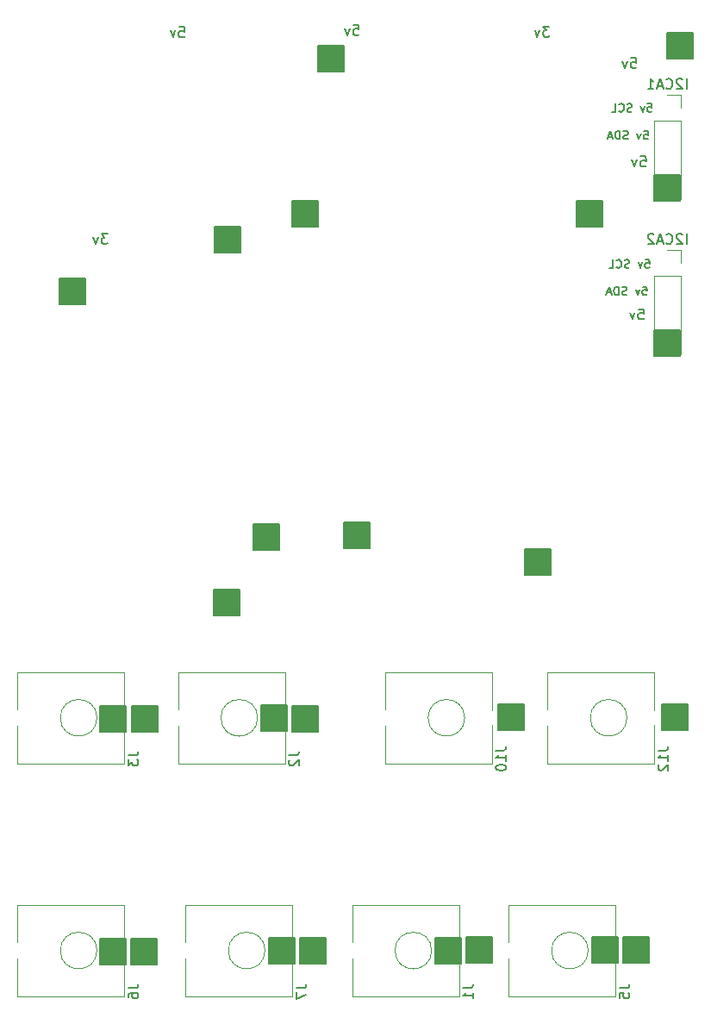
<source format=gbo>
%TF.GenerationSoftware,KiCad,Pcbnew,7.0.5-0*%
%TF.CreationDate,2024-01-09T14:25:18-05:00*%
%TF.ProjectId,ESP-32_USB_sequencer,4553502d-3332-45f5-9553-425f73657175,rev?*%
%TF.SameCoordinates,Original*%
%TF.FileFunction,Legend,Bot*%
%TF.FilePolarity,Positive*%
%FSLAX46Y46*%
G04 Gerber Fmt 4.6, Leading zero omitted, Abs format (unit mm)*
G04 Created by KiCad (PCBNEW 7.0.5-0) date 2024-01-09 14:25:18*
%MOMM*%
%LPD*%
G01*
G04 APERTURE LIST*
%ADD10C,0.150000*%
%ADD11C,0.120000*%
G04 APERTURE END LIST*
D10*
X99060000Y-107950000D02*
X101600000Y-107950000D01*
X101600000Y-110490000D01*
X99060000Y-110490000D01*
X99060000Y-107950000D01*
G36*
X99060000Y-107950000D02*
G01*
X101600000Y-107950000D01*
X101600000Y-110490000D01*
X99060000Y-110490000D01*
X99060000Y-107950000D01*
G37*
X96710146Y-180344491D02*
X99250146Y-180344491D01*
X99250146Y-182884491D01*
X96710146Y-182884491D01*
X96710146Y-180344491D01*
G36*
X96710146Y-180344491D02*
G01*
X99250146Y-180344491D01*
X99250146Y-182884491D01*
X96710146Y-182884491D01*
X96710146Y-180344491D01*
G37*
X83212070Y-180422434D02*
X85752070Y-180422434D01*
X85752070Y-182962434D01*
X83212070Y-182962434D01*
X83212070Y-180422434D01*
G36*
X83212070Y-180422434D02*
G01*
X85752070Y-180422434D01*
X85752070Y-182962434D01*
X83212070Y-182962434D01*
X83212070Y-180422434D01*
G37*
X80150364Y-157552943D02*
X82690364Y-157552943D01*
X82690364Y-160092943D01*
X80150364Y-160092943D01*
X80150364Y-157552943D01*
G36*
X80150364Y-157552943D02*
G01*
X82690364Y-157552943D01*
X82690364Y-160092943D01*
X80150364Y-160092943D01*
X80150364Y-157552943D01*
G37*
X134620000Y-105410000D02*
X137160000Y-105410000D01*
X137160000Y-107950000D01*
X134620000Y-107950000D01*
X134620000Y-105410000D01*
G36*
X134620000Y-105410000D02*
G01*
X137160000Y-105410000D01*
X137160000Y-107950000D01*
X134620000Y-107950000D01*
X134620000Y-105410000D01*
G37*
X99820295Y-180323041D02*
X102360295Y-180323041D01*
X102360295Y-182863041D01*
X99820295Y-182863041D01*
X99820295Y-180323041D01*
G36*
X99820295Y-180323041D02*
G01*
X102360295Y-180323041D01*
X102360295Y-182863041D01*
X99820295Y-182863041D01*
X99820295Y-180323041D01*
G37*
X131538398Y-180281230D02*
X134078398Y-180281230D01*
X134078398Y-182821230D01*
X131538398Y-182821230D01*
X131538398Y-180281230D01*
G36*
X131538398Y-180281230D02*
G01*
X134078398Y-180281230D01*
X134078398Y-182821230D01*
X131538398Y-182821230D01*
X131538398Y-180281230D01*
G37*
X121920000Y-142161284D02*
X124460000Y-142161284D01*
X124460000Y-144701284D01*
X121920000Y-144701284D01*
X121920000Y-142161284D01*
G36*
X121920000Y-142161284D02*
G01*
X124460000Y-142161284D01*
X124460000Y-144701284D01*
X121920000Y-144701284D01*
X121920000Y-142161284D01*
G37*
X80120777Y-180443043D02*
X82660777Y-180443043D01*
X82660777Y-182983043D01*
X80120777Y-182983043D01*
X80120777Y-180443043D01*
G36*
X80120777Y-180443043D02*
G01*
X82660777Y-180443043D01*
X82660777Y-182983043D01*
X80120777Y-182983043D01*
X80120777Y-180443043D01*
G37*
X91285253Y-146162651D02*
X93825253Y-146162651D01*
X93825253Y-148702651D01*
X91285253Y-148702651D01*
X91285253Y-146162651D01*
G36*
X91285253Y-146162651D02*
G01*
X93825253Y-146162651D01*
X93825253Y-148702651D01*
X91285253Y-148702651D01*
X91285253Y-146162651D01*
G37*
X116106277Y-180301193D02*
X118646277Y-180301193D01*
X118646277Y-182841193D01*
X116106277Y-182841193D01*
X116106277Y-180301193D01*
G36*
X116106277Y-180301193D02*
G01*
X118646277Y-180301193D01*
X118646277Y-182841193D01*
X116106277Y-182841193D01*
X116106277Y-180301193D01*
G37*
X127000000Y-107950000D02*
X129540000Y-107950000D01*
X129540000Y-110490000D01*
X127000000Y-110490000D01*
X127000000Y-107950000D01*
G36*
X127000000Y-107950000D02*
G01*
X129540000Y-107950000D01*
X129540000Y-110490000D01*
X127000000Y-110490000D01*
X127000000Y-107950000D01*
G37*
X128481484Y-180242778D02*
X131021484Y-180242778D01*
X131021484Y-182782778D01*
X128481484Y-182782778D01*
X128481484Y-180242778D01*
G36*
X128481484Y-180242778D02*
G01*
X131021484Y-180242778D01*
X131021484Y-182782778D01*
X128481484Y-182782778D01*
X128481484Y-180242778D01*
G37*
X135312797Y-157435657D02*
X137852797Y-157435657D01*
X137852797Y-159975657D01*
X135312797Y-159975657D01*
X135312797Y-157435657D01*
G36*
X135312797Y-157435657D02*
G01*
X137852797Y-157435657D01*
X137852797Y-159975657D01*
X135312797Y-159975657D01*
X135312797Y-157435657D01*
G37*
X99036122Y-157554044D02*
X101576122Y-157554044D01*
X101576122Y-160094044D01*
X99036122Y-160094044D01*
X99036122Y-157554044D01*
G36*
X99036122Y-157554044D02*
G01*
X101576122Y-157554044D01*
X101576122Y-160094044D01*
X99036122Y-160094044D01*
X99036122Y-157554044D01*
G37*
X113060002Y-180378806D02*
X115600002Y-180378806D01*
X115600002Y-182918806D01*
X113060002Y-182918806D01*
X113060002Y-180378806D01*
G36*
X113060002Y-180378806D02*
G01*
X115600002Y-180378806D01*
X115600002Y-182918806D01*
X113060002Y-182918806D01*
X113060002Y-180378806D01*
G37*
X119280000Y-157440000D02*
X121820000Y-157440000D01*
X121820000Y-159980000D01*
X119280000Y-159980000D01*
X119280000Y-157440000D01*
G36*
X119280000Y-157440000D02*
G01*
X121820000Y-157440000D01*
X121820000Y-159980000D01*
X119280000Y-159980000D01*
X119280000Y-157440000D01*
G37*
X95250000Y-139700000D02*
X97790000Y-139700000D01*
X97790000Y-142240000D01*
X95250000Y-142240000D01*
X95250000Y-139700000D01*
G36*
X95250000Y-139700000D02*
G01*
X97790000Y-139700000D01*
X97790000Y-142240000D01*
X95250000Y-142240000D01*
X95250000Y-139700000D01*
G37*
X83246200Y-157573582D02*
X85786200Y-157573582D01*
X85786200Y-160113582D01*
X83246200Y-160113582D01*
X83246200Y-157573582D01*
G36*
X83246200Y-157573582D02*
G01*
X85786200Y-157573582D01*
X85786200Y-160113582D01*
X83246200Y-160113582D01*
X83246200Y-157573582D01*
G37*
X76200000Y-115570000D02*
X78740000Y-115570000D01*
X78740000Y-118110000D01*
X76200000Y-118110000D01*
X76200000Y-115570000D01*
G36*
X76200000Y-115570000D02*
G01*
X78740000Y-115570000D01*
X78740000Y-118110000D01*
X76200000Y-118110000D01*
X76200000Y-115570000D01*
G37*
X91440000Y-110490000D02*
X93980000Y-110490000D01*
X93980000Y-113030000D01*
X91440000Y-113030000D01*
X91440000Y-110490000D01*
G36*
X91440000Y-110490000D02*
G01*
X93980000Y-110490000D01*
X93980000Y-113030000D01*
X91440000Y-113030000D01*
X91440000Y-110490000D01*
G37*
X135890000Y-91440000D02*
X138430000Y-91440000D01*
X138430000Y-93980000D01*
X135890000Y-93980000D01*
X135890000Y-91440000D01*
G36*
X135890000Y-91440000D02*
G01*
X138430000Y-91440000D01*
X138430000Y-93980000D01*
X135890000Y-93980000D01*
X135890000Y-91440000D01*
G37*
X134620000Y-120650000D02*
X137160000Y-120650000D01*
X137160000Y-123190000D01*
X134620000Y-123190000D01*
X134620000Y-120650000D01*
G36*
X134620000Y-120650000D02*
G01*
X137160000Y-120650000D01*
X137160000Y-123190000D01*
X134620000Y-123190000D01*
X134620000Y-120650000D01*
G37*
X95963279Y-157517022D02*
X98503279Y-157517022D01*
X98503279Y-160057022D01*
X95963279Y-160057022D01*
X95963279Y-157517022D01*
G36*
X95963279Y-157517022D02*
G01*
X98503279Y-157517022D01*
X98503279Y-160057022D01*
X95963279Y-160057022D01*
X95963279Y-157517022D01*
G37*
X101600000Y-92710000D02*
X104140000Y-92710000D01*
X104140000Y-95250000D01*
X101600000Y-95250000D01*
X101600000Y-92710000D01*
G36*
X101600000Y-92710000D02*
G01*
X104140000Y-92710000D01*
X104140000Y-95250000D01*
X101600000Y-95250000D01*
X101600000Y-92710000D01*
G37*
X104124503Y-139521459D02*
X106664503Y-139521459D01*
X106664503Y-142061459D01*
X104124503Y-142061459D01*
X104124503Y-139521459D01*
G36*
X104124503Y-139521459D02*
G01*
X106664503Y-139521459D01*
X106664503Y-142061459D01*
X104124503Y-142061459D01*
X104124503Y-139521459D01*
G37*
X132308390Y-93927690D02*
X132784580Y-93927690D01*
X132784580Y-93927690D02*
X132832199Y-94403880D01*
X132832199Y-94403880D02*
X132784580Y-94356261D01*
X132784580Y-94356261D02*
X132689342Y-94308642D01*
X132689342Y-94308642D02*
X132451247Y-94308642D01*
X132451247Y-94308642D02*
X132356009Y-94356261D01*
X132356009Y-94356261D02*
X132308390Y-94403880D01*
X132308390Y-94403880D02*
X132260771Y-94499118D01*
X132260771Y-94499118D02*
X132260771Y-94737213D01*
X132260771Y-94737213D02*
X132308390Y-94832451D01*
X132308390Y-94832451D02*
X132356009Y-94880071D01*
X132356009Y-94880071D02*
X132451247Y-94927690D01*
X132451247Y-94927690D02*
X132689342Y-94927690D01*
X132689342Y-94927690D02*
X132784580Y-94880071D01*
X132784580Y-94880071D02*
X132832199Y-94832451D01*
X131927437Y-94261023D02*
X131689342Y-94927690D01*
X131689342Y-94927690D02*
X131451247Y-94261023D01*
X133941579Y-98412676D02*
X134322531Y-98412676D01*
X134322531Y-98412676D02*
X134360627Y-98793628D01*
X134360627Y-98793628D02*
X134322531Y-98755533D01*
X134322531Y-98755533D02*
X134246341Y-98717438D01*
X134246341Y-98717438D02*
X134055865Y-98717438D01*
X134055865Y-98717438D02*
X133979674Y-98755533D01*
X133979674Y-98755533D02*
X133941579Y-98793628D01*
X133941579Y-98793628D02*
X133903484Y-98869819D01*
X133903484Y-98869819D02*
X133903484Y-99060295D01*
X133903484Y-99060295D02*
X133941579Y-99136485D01*
X133941579Y-99136485D02*
X133979674Y-99174581D01*
X133979674Y-99174581D02*
X134055865Y-99212676D01*
X134055865Y-99212676D02*
X134246341Y-99212676D01*
X134246341Y-99212676D02*
X134322531Y-99174581D01*
X134322531Y-99174581D02*
X134360627Y-99136485D01*
X133636817Y-98679342D02*
X133446341Y-99212676D01*
X133446341Y-99212676D02*
X133255864Y-98679342D01*
X132379674Y-99174581D02*
X132265388Y-99212676D01*
X132265388Y-99212676D02*
X132074912Y-99212676D01*
X132074912Y-99212676D02*
X131998721Y-99174581D01*
X131998721Y-99174581D02*
X131960626Y-99136485D01*
X131960626Y-99136485D02*
X131922531Y-99060295D01*
X131922531Y-99060295D02*
X131922531Y-98984104D01*
X131922531Y-98984104D02*
X131960626Y-98907914D01*
X131960626Y-98907914D02*
X131998721Y-98869819D01*
X131998721Y-98869819D02*
X132074912Y-98831723D01*
X132074912Y-98831723D02*
X132227293Y-98793628D01*
X132227293Y-98793628D02*
X132303483Y-98755533D01*
X132303483Y-98755533D02*
X132341578Y-98717438D01*
X132341578Y-98717438D02*
X132379674Y-98641247D01*
X132379674Y-98641247D02*
X132379674Y-98565057D01*
X132379674Y-98565057D02*
X132341578Y-98488866D01*
X132341578Y-98488866D02*
X132303483Y-98450771D01*
X132303483Y-98450771D02*
X132227293Y-98412676D01*
X132227293Y-98412676D02*
X132036816Y-98412676D01*
X132036816Y-98412676D02*
X131922531Y-98450771D01*
X131122530Y-99136485D02*
X131160626Y-99174581D01*
X131160626Y-99174581D02*
X131274911Y-99212676D01*
X131274911Y-99212676D02*
X131351102Y-99212676D01*
X131351102Y-99212676D02*
X131465388Y-99174581D01*
X131465388Y-99174581D02*
X131541578Y-99098390D01*
X131541578Y-99098390D02*
X131579673Y-99022200D01*
X131579673Y-99022200D02*
X131617769Y-98869819D01*
X131617769Y-98869819D02*
X131617769Y-98755533D01*
X131617769Y-98755533D02*
X131579673Y-98603152D01*
X131579673Y-98603152D02*
X131541578Y-98526961D01*
X131541578Y-98526961D02*
X131465388Y-98450771D01*
X131465388Y-98450771D02*
X131351102Y-98412676D01*
X131351102Y-98412676D02*
X131274911Y-98412676D01*
X131274911Y-98412676D02*
X131160626Y-98450771D01*
X131160626Y-98450771D02*
X131122530Y-98488866D01*
X130398721Y-99212676D02*
X130779673Y-99212676D01*
X130779673Y-99212676D02*
X130779673Y-98412676D01*
X124283538Y-90847666D02*
X123664491Y-90847666D01*
X123664491Y-90847666D02*
X123997824Y-91228618D01*
X123997824Y-91228618D02*
X123854967Y-91228618D01*
X123854967Y-91228618D02*
X123759729Y-91276237D01*
X123759729Y-91276237D02*
X123712110Y-91323856D01*
X123712110Y-91323856D02*
X123664491Y-91419094D01*
X123664491Y-91419094D02*
X123664491Y-91657189D01*
X123664491Y-91657189D02*
X123712110Y-91752427D01*
X123712110Y-91752427D02*
X123759729Y-91800047D01*
X123759729Y-91800047D02*
X123854967Y-91847666D01*
X123854967Y-91847666D02*
X124140681Y-91847666D01*
X124140681Y-91847666D02*
X124235919Y-91800047D01*
X124235919Y-91800047D02*
X124283538Y-91752427D01*
X123331157Y-91180999D02*
X123093062Y-91847666D01*
X123093062Y-91847666D02*
X122854967Y-91180999D01*
X133701025Y-113754612D02*
X134081977Y-113754612D01*
X134081977Y-113754612D02*
X134120073Y-114135564D01*
X134120073Y-114135564D02*
X134081977Y-114097469D01*
X134081977Y-114097469D02*
X134005787Y-114059374D01*
X134005787Y-114059374D02*
X133815311Y-114059374D01*
X133815311Y-114059374D02*
X133739120Y-114097469D01*
X133739120Y-114097469D02*
X133701025Y-114135564D01*
X133701025Y-114135564D02*
X133662930Y-114211755D01*
X133662930Y-114211755D02*
X133662930Y-114402231D01*
X133662930Y-114402231D02*
X133701025Y-114478421D01*
X133701025Y-114478421D02*
X133739120Y-114516517D01*
X133739120Y-114516517D02*
X133815311Y-114554612D01*
X133815311Y-114554612D02*
X134005787Y-114554612D01*
X134005787Y-114554612D02*
X134081977Y-114516517D01*
X134081977Y-114516517D02*
X134120073Y-114478421D01*
X133396263Y-114021278D02*
X133205787Y-114554612D01*
X133205787Y-114554612D02*
X133015310Y-114021278D01*
X132139120Y-114516517D02*
X132024834Y-114554612D01*
X132024834Y-114554612D02*
X131834358Y-114554612D01*
X131834358Y-114554612D02*
X131758167Y-114516517D01*
X131758167Y-114516517D02*
X131720072Y-114478421D01*
X131720072Y-114478421D02*
X131681977Y-114402231D01*
X131681977Y-114402231D02*
X131681977Y-114326040D01*
X131681977Y-114326040D02*
X131720072Y-114249850D01*
X131720072Y-114249850D02*
X131758167Y-114211755D01*
X131758167Y-114211755D02*
X131834358Y-114173659D01*
X131834358Y-114173659D02*
X131986739Y-114135564D01*
X131986739Y-114135564D02*
X132062929Y-114097469D01*
X132062929Y-114097469D02*
X132101024Y-114059374D01*
X132101024Y-114059374D02*
X132139120Y-113983183D01*
X132139120Y-113983183D02*
X132139120Y-113906993D01*
X132139120Y-113906993D02*
X132101024Y-113830802D01*
X132101024Y-113830802D02*
X132062929Y-113792707D01*
X132062929Y-113792707D02*
X131986739Y-113754612D01*
X131986739Y-113754612D02*
X131796262Y-113754612D01*
X131796262Y-113754612D02*
X131681977Y-113792707D01*
X130881976Y-114478421D02*
X130920072Y-114516517D01*
X130920072Y-114516517D02*
X131034357Y-114554612D01*
X131034357Y-114554612D02*
X131110548Y-114554612D01*
X131110548Y-114554612D02*
X131224834Y-114516517D01*
X131224834Y-114516517D02*
X131301024Y-114440326D01*
X131301024Y-114440326D02*
X131339119Y-114364136D01*
X131339119Y-114364136D02*
X131377215Y-114211755D01*
X131377215Y-114211755D02*
X131377215Y-114097469D01*
X131377215Y-114097469D02*
X131339119Y-113945088D01*
X131339119Y-113945088D02*
X131301024Y-113868897D01*
X131301024Y-113868897D02*
X131224834Y-113792707D01*
X131224834Y-113792707D02*
X131110548Y-113754612D01*
X131110548Y-113754612D02*
X131034357Y-113754612D01*
X131034357Y-113754612D02*
X130920072Y-113792707D01*
X130920072Y-113792707D02*
X130881976Y-113830802D01*
X130158167Y-114554612D02*
X130539119Y-114554612D01*
X130539119Y-114554612D02*
X130539119Y-113754612D01*
X133449209Y-116398677D02*
X133830161Y-116398677D01*
X133830161Y-116398677D02*
X133868257Y-116779629D01*
X133868257Y-116779629D02*
X133830161Y-116741534D01*
X133830161Y-116741534D02*
X133753971Y-116703439D01*
X133753971Y-116703439D02*
X133563495Y-116703439D01*
X133563495Y-116703439D02*
X133487304Y-116741534D01*
X133487304Y-116741534D02*
X133449209Y-116779629D01*
X133449209Y-116779629D02*
X133411114Y-116855820D01*
X133411114Y-116855820D02*
X133411114Y-117046296D01*
X133411114Y-117046296D02*
X133449209Y-117122486D01*
X133449209Y-117122486D02*
X133487304Y-117160582D01*
X133487304Y-117160582D02*
X133563495Y-117198677D01*
X133563495Y-117198677D02*
X133753971Y-117198677D01*
X133753971Y-117198677D02*
X133830161Y-117160582D01*
X133830161Y-117160582D02*
X133868257Y-117122486D01*
X133144447Y-116665343D02*
X132953971Y-117198677D01*
X132953971Y-117198677D02*
X132763494Y-116665343D01*
X131887304Y-117160582D02*
X131773018Y-117198677D01*
X131773018Y-117198677D02*
X131582542Y-117198677D01*
X131582542Y-117198677D02*
X131506351Y-117160582D01*
X131506351Y-117160582D02*
X131468256Y-117122486D01*
X131468256Y-117122486D02*
X131430161Y-117046296D01*
X131430161Y-117046296D02*
X131430161Y-116970105D01*
X131430161Y-116970105D02*
X131468256Y-116893915D01*
X131468256Y-116893915D02*
X131506351Y-116855820D01*
X131506351Y-116855820D02*
X131582542Y-116817724D01*
X131582542Y-116817724D02*
X131734923Y-116779629D01*
X131734923Y-116779629D02*
X131811113Y-116741534D01*
X131811113Y-116741534D02*
X131849208Y-116703439D01*
X131849208Y-116703439D02*
X131887304Y-116627248D01*
X131887304Y-116627248D02*
X131887304Y-116551058D01*
X131887304Y-116551058D02*
X131849208Y-116474867D01*
X131849208Y-116474867D02*
X131811113Y-116436772D01*
X131811113Y-116436772D02*
X131734923Y-116398677D01*
X131734923Y-116398677D02*
X131544446Y-116398677D01*
X131544446Y-116398677D02*
X131430161Y-116436772D01*
X131087303Y-117198677D02*
X131087303Y-116398677D01*
X131087303Y-116398677D02*
X130896827Y-116398677D01*
X130896827Y-116398677D02*
X130782541Y-116436772D01*
X130782541Y-116436772D02*
X130706351Y-116512962D01*
X130706351Y-116512962D02*
X130668256Y-116589153D01*
X130668256Y-116589153D02*
X130630160Y-116741534D01*
X130630160Y-116741534D02*
X130630160Y-116855820D01*
X130630160Y-116855820D02*
X130668256Y-117008201D01*
X130668256Y-117008201D02*
X130706351Y-117084391D01*
X130706351Y-117084391D02*
X130782541Y-117160582D01*
X130782541Y-117160582D02*
X130896827Y-117198677D01*
X130896827Y-117198677D02*
X131087303Y-117198677D01*
X130325399Y-116970105D02*
X129944446Y-116970105D01*
X130401589Y-117198677D02*
X130134922Y-116398677D01*
X130134922Y-116398677D02*
X129868256Y-117198677D01*
X133045520Y-118600185D02*
X133521710Y-118600185D01*
X133521710Y-118600185D02*
X133569329Y-119076375D01*
X133569329Y-119076375D02*
X133521710Y-119028756D01*
X133521710Y-119028756D02*
X133426472Y-118981137D01*
X133426472Y-118981137D02*
X133188377Y-118981137D01*
X133188377Y-118981137D02*
X133093139Y-119028756D01*
X133093139Y-119028756D02*
X133045520Y-119076375D01*
X133045520Y-119076375D02*
X132997901Y-119171613D01*
X132997901Y-119171613D02*
X132997901Y-119409708D01*
X132997901Y-119409708D02*
X133045520Y-119504946D01*
X133045520Y-119504946D02*
X133093139Y-119552566D01*
X133093139Y-119552566D02*
X133188377Y-119600185D01*
X133188377Y-119600185D02*
X133426472Y-119600185D01*
X133426472Y-119600185D02*
X133521710Y-119552566D01*
X133521710Y-119552566D02*
X133569329Y-119504946D01*
X132664567Y-118933518D02*
X132426472Y-119600185D01*
X132426472Y-119600185D02*
X132188377Y-118933518D01*
X87921254Y-90895186D02*
X88397444Y-90895186D01*
X88397444Y-90895186D02*
X88445063Y-91371376D01*
X88445063Y-91371376D02*
X88397444Y-91323757D01*
X88397444Y-91323757D02*
X88302206Y-91276138D01*
X88302206Y-91276138D02*
X88064111Y-91276138D01*
X88064111Y-91276138D02*
X87968873Y-91323757D01*
X87968873Y-91323757D02*
X87921254Y-91371376D01*
X87921254Y-91371376D02*
X87873635Y-91466614D01*
X87873635Y-91466614D02*
X87873635Y-91704709D01*
X87873635Y-91704709D02*
X87921254Y-91799947D01*
X87921254Y-91799947D02*
X87968873Y-91847567D01*
X87968873Y-91847567D02*
X88064111Y-91895186D01*
X88064111Y-91895186D02*
X88302206Y-91895186D01*
X88302206Y-91895186D02*
X88397444Y-91847567D01*
X88397444Y-91847567D02*
X88445063Y-91799947D01*
X87540301Y-91228519D02*
X87302206Y-91895186D01*
X87302206Y-91895186D02*
X87064111Y-91228519D01*
X133258868Y-103608134D02*
X133735058Y-103608134D01*
X133735058Y-103608134D02*
X133782677Y-104084324D01*
X133782677Y-104084324D02*
X133735058Y-104036705D01*
X133735058Y-104036705D02*
X133639820Y-103989086D01*
X133639820Y-103989086D02*
X133401725Y-103989086D01*
X133401725Y-103989086D02*
X133306487Y-104036705D01*
X133306487Y-104036705D02*
X133258868Y-104084324D01*
X133258868Y-104084324D02*
X133211249Y-104179562D01*
X133211249Y-104179562D02*
X133211249Y-104417657D01*
X133211249Y-104417657D02*
X133258868Y-104512895D01*
X133258868Y-104512895D02*
X133306487Y-104560515D01*
X133306487Y-104560515D02*
X133401725Y-104608134D01*
X133401725Y-104608134D02*
X133639820Y-104608134D01*
X133639820Y-104608134D02*
X133735058Y-104560515D01*
X133735058Y-104560515D02*
X133782677Y-104512895D01*
X132877915Y-103941467D02*
X132639820Y-104608134D01*
X132639820Y-104608134D02*
X132401725Y-103941467D01*
X80888701Y-111202402D02*
X80269654Y-111202402D01*
X80269654Y-111202402D02*
X80602987Y-111583354D01*
X80602987Y-111583354D02*
X80460130Y-111583354D01*
X80460130Y-111583354D02*
X80364892Y-111630973D01*
X80364892Y-111630973D02*
X80317273Y-111678592D01*
X80317273Y-111678592D02*
X80269654Y-111773830D01*
X80269654Y-111773830D02*
X80269654Y-112011925D01*
X80269654Y-112011925D02*
X80317273Y-112107163D01*
X80317273Y-112107163D02*
X80364892Y-112154783D01*
X80364892Y-112154783D02*
X80460130Y-112202402D01*
X80460130Y-112202402D02*
X80745844Y-112202402D01*
X80745844Y-112202402D02*
X80841082Y-112154783D01*
X80841082Y-112154783D02*
X80888701Y-112107163D01*
X79936320Y-111535735D02*
X79698225Y-112202402D01*
X79698225Y-112202402D02*
X79460130Y-111535735D01*
X133578953Y-101111498D02*
X133959905Y-101111498D01*
X133959905Y-101111498D02*
X133998001Y-101492450D01*
X133998001Y-101492450D02*
X133959905Y-101454355D01*
X133959905Y-101454355D02*
X133883715Y-101416260D01*
X133883715Y-101416260D02*
X133693239Y-101416260D01*
X133693239Y-101416260D02*
X133617048Y-101454355D01*
X133617048Y-101454355D02*
X133578953Y-101492450D01*
X133578953Y-101492450D02*
X133540858Y-101568641D01*
X133540858Y-101568641D02*
X133540858Y-101759117D01*
X133540858Y-101759117D02*
X133578953Y-101835307D01*
X133578953Y-101835307D02*
X133617048Y-101873403D01*
X133617048Y-101873403D02*
X133693239Y-101911498D01*
X133693239Y-101911498D02*
X133883715Y-101911498D01*
X133883715Y-101911498D02*
X133959905Y-101873403D01*
X133959905Y-101873403D02*
X133998001Y-101835307D01*
X133274191Y-101378164D02*
X133083715Y-101911498D01*
X133083715Y-101911498D02*
X132893238Y-101378164D01*
X132017048Y-101873403D02*
X131902762Y-101911498D01*
X131902762Y-101911498D02*
X131712286Y-101911498D01*
X131712286Y-101911498D02*
X131636095Y-101873403D01*
X131636095Y-101873403D02*
X131598000Y-101835307D01*
X131598000Y-101835307D02*
X131559905Y-101759117D01*
X131559905Y-101759117D02*
X131559905Y-101682926D01*
X131559905Y-101682926D02*
X131598000Y-101606736D01*
X131598000Y-101606736D02*
X131636095Y-101568641D01*
X131636095Y-101568641D02*
X131712286Y-101530545D01*
X131712286Y-101530545D02*
X131864667Y-101492450D01*
X131864667Y-101492450D02*
X131940857Y-101454355D01*
X131940857Y-101454355D02*
X131978952Y-101416260D01*
X131978952Y-101416260D02*
X132017048Y-101340069D01*
X132017048Y-101340069D02*
X132017048Y-101263879D01*
X132017048Y-101263879D02*
X131978952Y-101187688D01*
X131978952Y-101187688D02*
X131940857Y-101149593D01*
X131940857Y-101149593D02*
X131864667Y-101111498D01*
X131864667Y-101111498D02*
X131674190Y-101111498D01*
X131674190Y-101111498D02*
X131559905Y-101149593D01*
X131217047Y-101911498D02*
X131217047Y-101111498D01*
X131217047Y-101111498D02*
X131026571Y-101111498D01*
X131026571Y-101111498D02*
X130912285Y-101149593D01*
X130912285Y-101149593D02*
X130836095Y-101225783D01*
X130836095Y-101225783D02*
X130798000Y-101301974D01*
X130798000Y-101301974D02*
X130759904Y-101454355D01*
X130759904Y-101454355D02*
X130759904Y-101568641D01*
X130759904Y-101568641D02*
X130798000Y-101721022D01*
X130798000Y-101721022D02*
X130836095Y-101797212D01*
X130836095Y-101797212D02*
X130912285Y-101873403D01*
X130912285Y-101873403D02*
X131026571Y-101911498D01*
X131026571Y-101911498D02*
X131217047Y-101911498D01*
X130455143Y-101682926D02*
X130074190Y-101682926D01*
X130531333Y-101911498D02*
X130264666Y-101111498D01*
X130264666Y-101111498D02*
X129998000Y-101911498D01*
X105044255Y-90685367D02*
X105520445Y-90685367D01*
X105520445Y-90685367D02*
X105568064Y-91161557D01*
X105568064Y-91161557D02*
X105520445Y-91113938D01*
X105520445Y-91113938D02*
X105425207Y-91066319D01*
X105425207Y-91066319D02*
X105187112Y-91066319D01*
X105187112Y-91066319D02*
X105091874Y-91113938D01*
X105091874Y-91113938D02*
X105044255Y-91161557D01*
X105044255Y-91161557D02*
X104996636Y-91256795D01*
X104996636Y-91256795D02*
X104996636Y-91494890D01*
X104996636Y-91494890D02*
X105044255Y-91590128D01*
X105044255Y-91590128D02*
X105091874Y-91637748D01*
X105091874Y-91637748D02*
X105187112Y-91685367D01*
X105187112Y-91685367D02*
X105425207Y-91685367D01*
X105425207Y-91685367D02*
X105520445Y-91637748D01*
X105520445Y-91637748D02*
X105568064Y-91590128D01*
X104663302Y-91018700D02*
X104425207Y-91685367D01*
X104425207Y-91685367D02*
X104187112Y-91018700D01*
%TO.C,I2CA2*%
X137770951Y-112207819D02*
X137770951Y-111207819D01*
X137342380Y-111303057D02*
X137294761Y-111255438D01*
X137294761Y-111255438D02*
X137199523Y-111207819D01*
X137199523Y-111207819D02*
X136961428Y-111207819D01*
X136961428Y-111207819D02*
X136866190Y-111255438D01*
X136866190Y-111255438D02*
X136818571Y-111303057D01*
X136818571Y-111303057D02*
X136770952Y-111398295D01*
X136770952Y-111398295D02*
X136770952Y-111493533D01*
X136770952Y-111493533D02*
X136818571Y-111636390D01*
X136818571Y-111636390D02*
X137389999Y-112207819D01*
X137389999Y-112207819D02*
X136770952Y-112207819D01*
X135770952Y-112112580D02*
X135818571Y-112160200D01*
X135818571Y-112160200D02*
X135961428Y-112207819D01*
X135961428Y-112207819D02*
X136056666Y-112207819D01*
X136056666Y-112207819D02*
X136199523Y-112160200D01*
X136199523Y-112160200D02*
X136294761Y-112064961D01*
X136294761Y-112064961D02*
X136342380Y-111969723D01*
X136342380Y-111969723D02*
X136389999Y-111779247D01*
X136389999Y-111779247D02*
X136389999Y-111636390D01*
X136389999Y-111636390D02*
X136342380Y-111445914D01*
X136342380Y-111445914D02*
X136294761Y-111350676D01*
X136294761Y-111350676D02*
X136199523Y-111255438D01*
X136199523Y-111255438D02*
X136056666Y-111207819D01*
X136056666Y-111207819D02*
X135961428Y-111207819D01*
X135961428Y-111207819D02*
X135818571Y-111255438D01*
X135818571Y-111255438D02*
X135770952Y-111303057D01*
X135389999Y-111922104D02*
X134913809Y-111922104D01*
X135485237Y-112207819D02*
X135151904Y-111207819D01*
X135151904Y-111207819D02*
X134818571Y-112207819D01*
X134532856Y-111303057D02*
X134485237Y-111255438D01*
X134485237Y-111255438D02*
X134389999Y-111207819D01*
X134389999Y-111207819D02*
X134151904Y-111207819D01*
X134151904Y-111207819D02*
X134056666Y-111255438D01*
X134056666Y-111255438D02*
X134009047Y-111303057D01*
X134009047Y-111303057D02*
X133961428Y-111398295D01*
X133961428Y-111398295D02*
X133961428Y-111493533D01*
X133961428Y-111493533D02*
X134009047Y-111636390D01*
X134009047Y-111636390D02*
X134580475Y-112207819D01*
X134580475Y-112207819D02*
X133961428Y-112207819D01*
%TO.C,J3*%
X82894819Y-162446666D02*
X83609104Y-162446666D01*
X83609104Y-162446666D02*
X83751961Y-162399047D01*
X83751961Y-162399047D02*
X83847200Y-162303809D01*
X83847200Y-162303809D02*
X83894819Y-162160952D01*
X83894819Y-162160952D02*
X83894819Y-162065714D01*
X82894819Y-162827619D02*
X82894819Y-163446666D01*
X82894819Y-163446666D02*
X83275771Y-163113333D01*
X83275771Y-163113333D02*
X83275771Y-163256190D01*
X83275771Y-163256190D02*
X83323390Y-163351428D01*
X83323390Y-163351428D02*
X83371009Y-163399047D01*
X83371009Y-163399047D02*
X83466247Y-163446666D01*
X83466247Y-163446666D02*
X83704342Y-163446666D01*
X83704342Y-163446666D02*
X83799580Y-163399047D01*
X83799580Y-163399047D02*
X83847200Y-163351428D01*
X83847200Y-163351428D02*
X83894819Y-163256190D01*
X83894819Y-163256190D02*
X83894819Y-162970476D01*
X83894819Y-162970476D02*
X83847200Y-162875238D01*
X83847200Y-162875238D02*
X83799580Y-162827619D01*
%TO.C,J10*%
X119024819Y-161970476D02*
X119739104Y-161970476D01*
X119739104Y-161970476D02*
X119881961Y-161922857D01*
X119881961Y-161922857D02*
X119977200Y-161827619D01*
X119977200Y-161827619D02*
X120024819Y-161684762D01*
X120024819Y-161684762D02*
X120024819Y-161589524D01*
X120024819Y-162970476D02*
X120024819Y-162399048D01*
X120024819Y-162684762D02*
X119024819Y-162684762D01*
X119024819Y-162684762D02*
X119167676Y-162589524D01*
X119167676Y-162589524D02*
X119262914Y-162494286D01*
X119262914Y-162494286D02*
X119310533Y-162399048D01*
X119024819Y-163589524D02*
X119024819Y-163684762D01*
X119024819Y-163684762D02*
X119072438Y-163780000D01*
X119072438Y-163780000D02*
X119120057Y-163827619D01*
X119120057Y-163827619D02*
X119215295Y-163875238D01*
X119215295Y-163875238D02*
X119405771Y-163922857D01*
X119405771Y-163922857D02*
X119643866Y-163922857D01*
X119643866Y-163922857D02*
X119834342Y-163875238D01*
X119834342Y-163875238D02*
X119929580Y-163827619D01*
X119929580Y-163827619D02*
X119977200Y-163780000D01*
X119977200Y-163780000D02*
X120024819Y-163684762D01*
X120024819Y-163684762D02*
X120024819Y-163589524D01*
X120024819Y-163589524D02*
X119977200Y-163494286D01*
X119977200Y-163494286D02*
X119929580Y-163446667D01*
X119929580Y-163446667D02*
X119834342Y-163399048D01*
X119834342Y-163399048D02*
X119643866Y-163351429D01*
X119643866Y-163351429D02*
X119405771Y-163351429D01*
X119405771Y-163351429D02*
X119215295Y-163399048D01*
X119215295Y-163399048D02*
X119120057Y-163446667D01*
X119120057Y-163446667D02*
X119072438Y-163494286D01*
X119072438Y-163494286D02*
X119024819Y-163589524D01*
%TO.C,J6*%
X82894819Y-185306666D02*
X83609104Y-185306666D01*
X83609104Y-185306666D02*
X83751961Y-185259047D01*
X83751961Y-185259047D02*
X83847200Y-185163809D01*
X83847200Y-185163809D02*
X83894819Y-185020952D01*
X83894819Y-185020952D02*
X83894819Y-184925714D01*
X82894819Y-186211428D02*
X82894819Y-186020952D01*
X82894819Y-186020952D02*
X82942438Y-185925714D01*
X82942438Y-185925714D02*
X82990057Y-185878095D01*
X82990057Y-185878095D02*
X83132914Y-185782857D01*
X83132914Y-185782857D02*
X83323390Y-185735238D01*
X83323390Y-185735238D02*
X83704342Y-185735238D01*
X83704342Y-185735238D02*
X83799580Y-185782857D01*
X83799580Y-185782857D02*
X83847200Y-185830476D01*
X83847200Y-185830476D02*
X83894819Y-185925714D01*
X83894819Y-185925714D02*
X83894819Y-186116190D01*
X83894819Y-186116190D02*
X83847200Y-186211428D01*
X83847200Y-186211428D02*
X83799580Y-186259047D01*
X83799580Y-186259047D02*
X83704342Y-186306666D01*
X83704342Y-186306666D02*
X83466247Y-186306666D01*
X83466247Y-186306666D02*
X83371009Y-186259047D01*
X83371009Y-186259047D02*
X83323390Y-186211428D01*
X83323390Y-186211428D02*
X83275771Y-186116190D01*
X83275771Y-186116190D02*
X83275771Y-185925714D01*
X83275771Y-185925714D02*
X83323390Y-185830476D01*
X83323390Y-185830476D02*
X83371009Y-185782857D01*
X83371009Y-185782857D02*
X83466247Y-185735238D01*
%TO.C,J1*%
X115774819Y-185306666D02*
X116489104Y-185306666D01*
X116489104Y-185306666D02*
X116631961Y-185259047D01*
X116631961Y-185259047D02*
X116727200Y-185163809D01*
X116727200Y-185163809D02*
X116774819Y-185020952D01*
X116774819Y-185020952D02*
X116774819Y-184925714D01*
X116774819Y-186306666D02*
X116774819Y-185735238D01*
X116774819Y-186020952D02*
X115774819Y-186020952D01*
X115774819Y-186020952D02*
X115917676Y-185925714D01*
X115917676Y-185925714D02*
X116012914Y-185830476D01*
X116012914Y-185830476D02*
X116060533Y-185735238D01*
%TO.C,J2*%
X98674819Y-162446666D02*
X99389104Y-162446666D01*
X99389104Y-162446666D02*
X99531961Y-162399047D01*
X99531961Y-162399047D02*
X99627200Y-162303809D01*
X99627200Y-162303809D02*
X99674819Y-162160952D01*
X99674819Y-162160952D02*
X99674819Y-162065714D01*
X98770057Y-162875238D02*
X98722438Y-162922857D01*
X98722438Y-162922857D02*
X98674819Y-163018095D01*
X98674819Y-163018095D02*
X98674819Y-163256190D01*
X98674819Y-163256190D02*
X98722438Y-163351428D01*
X98722438Y-163351428D02*
X98770057Y-163399047D01*
X98770057Y-163399047D02*
X98865295Y-163446666D01*
X98865295Y-163446666D02*
X98960533Y-163446666D01*
X98960533Y-163446666D02*
X99103390Y-163399047D01*
X99103390Y-163399047D02*
X99674819Y-162827619D01*
X99674819Y-162827619D02*
X99674819Y-163446666D01*
%TO.C,I2CA1*%
X137770951Y-96977819D02*
X137770951Y-95977819D01*
X137342380Y-96073057D02*
X137294761Y-96025438D01*
X137294761Y-96025438D02*
X137199523Y-95977819D01*
X137199523Y-95977819D02*
X136961428Y-95977819D01*
X136961428Y-95977819D02*
X136866190Y-96025438D01*
X136866190Y-96025438D02*
X136818571Y-96073057D01*
X136818571Y-96073057D02*
X136770952Y-96168295D01*
X136770952Y-96168295D02*
X136770952Y-96263533D01*
X136770952Y-96263533D02*
X136818571Y-96406390D01*
X136818571Y-96406390D02*
X137389999Y-96977819D01*
X137389999Y-96977819D02*
X136770952Y-96977819D01*
X135770952Y-96882580D02*
X135818571Y-96930200D01*
X135818571Y-96930200D02*
X135961428Y-96977819D01*
X135961428Y-96977819D02*
X136056666Y-96977819D01*
X136056666Y-96977819D02*
X136199523Y-96930200D01*
X136199523Y-96930200D02*
X136294761Y-96834961D01*
X136294761Y-96834961D02*
X136342380Y-96739723D01*
X136342380Y-96739723D02*
X136389999Y-96549247D01*
X136389999Y-96549247D02*
X136389999Y-96406390D01*
X136389999Y-96406390D02*
X136342380Y-96215914D01*
X136342380Y-96215914D02*
X136294761Y-96120676D01*
X136294761Y-96120676D02*
X136199523Y-96025438D01*
X136199523Y-96025438D02*
X136056666Y-95977819D01*
X136056666Y-95977819D02*
X135961428Y-95977819D01*
X135961428Y-95977819D02*
X135818571Y-96025438D01*
X135818571Y-96025438D02*
X135770952Y-96073057D01*
X135389999Y-96692104D02*
X134913809Y-96692104D01*
X135485237Y-96977819D02*
X135151904Y-95977819D01*
X135151904Y-95977819D02*
X134818571Y-96977819D01*
X133961428Y-96977819D02*
X134532856Y-96977819D01*
X134247142Y-96977819D02*
X134247142Y-95977819D01*
X134247142Y-95977819D02*
X134342380Y-96120676D01*
X134342380Y-96120676D02*
X134437618Y-96215914D01*
X134437618Y-96215914D02*
X134532856Y-96263533D01*
%TO.C,J12*%
X134964819Y-161970476D02*
X135679104Y-161970476D01*
X135679104Y-161970476D02*
X135821961Y-161922857D01*
X135821961Y-161922857D02*
X135917200Y-161827619D01*
X135917200Y-161827619D02*
X135964819Y-161684762D01*
X135964819Y-161684762D02*
X135964819Y-161589524D01*
X135964819Y-162970476D02*
X135964819Y-162399048D01*
X135964819Y-162684762D02*
X134964819Y-162684762D01*
X134964819Y-162684762D02*
X135107676Y-162589524D01*
X135107676Y-162589524D02*
X135202914Y-162494286D01*
X135202914Y-162494286D02*
X135250533Y-162399048D01*
X135060057Y-163351429D02*
X135012438Y-163399048D01*
X135012438Y-163399048D02*
X134964819Y-163494286D01*
X134964819Y-163494286D02*
X134964819Y-163732381D01*
X134964819Y-163732381D02*
X135012438Y-163827619D01*
X135012438Y-163827619D02*
X135060057Y-163875238D01*
X135060057Y-163875238D02*
X135155295Y-163922857D01*
X135155295Y-163922857D02*
X135250533Y-163922857D01*
X135250533Y-163922857D02*
X135393390Y-163875238D01*
X135393390Y-163875238D02*
X135964819Y-163303810D01*
X135964819Y-163303810D02*
X135964819Y-163922857D01*
%TO.C,J7*%
X99404819Y-185306666D02*
X100119104Y-185306666D01*
X100119104Y-185306666D02*
X100261961Y-185259047D01*
X100261961Y-185259047D02*
X100357200Y-185163809D01*
X100357200Y-185163809D02*
X100404819Y-185020952D01*
X100404819Y-185020952D02*
X100404819Y-184925714D01*
X99404819Y-185687619D02*
X99404819Y-186354285D01*
X99404819Y-186354285D02*
X100404819Y-185925714D01*
%TO.C,J5*%
X131154819Y-185306666D02*
X131869104Y-185306666D01*
X131869104Y-185306666D02*
X132011961Y-185259047D01*
X132011961Y-185259047D02*
X132107200Y-185163809D01*
X132107200Y-185163809D02*
X132154819Y-185020952D01*
X132154819Y-185020952D02*
X132154819Y-184925714D01*
X131154819Y-186259047D02*
X131154819Y-185782857D01*
X131154819Y-185782857D02*
X131631009Y-185735238D01*
X131631009Y-185735238D02*
X131583390Y-185782857D01*
X131583390Y-185782857D02*
X131535771Y-185878095D01*
X131535771Y-185878095D02*
X131535771Y-186116190D01*
X131535771Y-186116190D02*
X131583390Y-186211428D01*
X131583390Y-186211428D02*
X131631009Y-186259047D01*
X131631009Y-186259047D02*
X131726247Y-186306666D01*
X131726247Y-186306666D02*
X131964342Y-186306666D01*
X131964342Y-186306666D02*
X132059580Y-186259047D01*
X132059580Y-186259047D02*
X132107200Y-186211428D01*
X132107200Y-186211428D02*
X132154819Y-186116190D01*
X132154819Y-186116190D02*
X132154819Y-185878095D01*
X132154819Y-185878095D02*
X132107200Y-185782857D01*
X132107200Y-185782857D02*
X132059580Y-185735238D01*
D11*
%TO.C,I2CA2*%
X137220000Y-123033000D02*
X134560000Y-123033000D01*
X137220000Y-115353000D02*
X137220000Y-123033000D01*
X137220000Y-115353000D02*
X134560000Y-115353000D01*
X137220000Y-114083000D02*
X137220000Y-112753000D01*
X137220000Y-112753000D02*
X135890000Y-112753000D01*
X134560000Y-115353000D02*
X134560000Y-123033000D01*
%TO.C,J3*%
X82540000Y-163250000D02*
X72040000Y-163250000D01*
X85690000Y-159980000D02*
X84890000Y-159980000D01*
X85690000Y-159980000D02*
X85690000Y-159120000D01*
X72040000Y-159550000D02*
X72040000Y-163250000D01*
X82540000Y-159470000D02*
X82540000Y-163250000D01*
X72040000Y-154250000D02*
X72040000Y-157950000D01*
X82540000Y-154250000D02*
X82540000Y-158030000D01*
X82540000Y-154250000D02*
X72040000Y-154250000D01*
X79840000Y-158750000D02*
G75*
G03*
X79840000Y-158750000I-1800000J0D01*
G01*
%TO.C,J10*%
X118670000Y-163250000D02*
X108170000Y-163250000D01*
X121820000Y-159980000D02*
X121020000Y-159980000D01*
X121820000Y-159980000D02*
X121820000Y-159120000D01*
X108170000Y-159550000D02*
X108170000Y-163250000D01*
X118670000Y-159470000D02*
X118670000Y-163250000D01*
X108170000Y-154250000D02*
X108170000Y-157950000D01*
X118670000Y-154250000D02*
X118670000Y-158030000D01*
X118670000Y-154250000D02*
X108170000Y-154250000D01*
X115970000Y-158750000D02*
G75*
G03*
X115970000Y-158750000I-1800000J0D01*
G01*
%TO.C,J6*%
X82540000Y-186110000D02*
X72040000Y-186110000D01*
X85690000Y-182840000D02*
X84890000Y-182840000D01*
X85690000Y-182840000D02*
X85690000Y-181980000D01*
X72040000Y-182410000D02*
X72040000Y-186110000D01*
X82540000Y-182330000D02*
X82540000Y-186110000D01*
X72040000Y-177110000D02*
X72040000Y-180810000D01*
X82540000Y-177110000D02*
X82540000Y-180890000D01*
X82540000Y-177110000D02*
X72040000Y-177110000D01*
X79840000Y-181610000D02*
G75*
G03*
X79840000Y-181610000I-1800000J0D01*
G01*
%TO.C,J1*%
X115420000Y-186110000D02*
X104920000Y-186110000D01*
X118570000Y-182840000D02*
X117770000Y-182840000D01*
X118570000Y-182840000D02*
X118570000Y-181980000D01*
X104920000Y-182410000D02*
X104920000Y-186110000D01*
X115420000Y-182330000D02*
X115420000Y-186110000D01*
X104920000Y-177110000D02*
X104920000Y-180810000D01*
X115420000Y-177110000D02*
X115420000Y-180890000D01*
X115420000Y-177110000D02*
X104920000Y-177110000D01*
X112720000Y-181610000D02*
G75*
G03*
X112720000Y-181610000I-1800000J0D01*
G01*
%TO.C,J2*%
X98320000Y-163250000D02*
X87820000Y-163250000D01*
X101470000Y-159980000D02*
X100670000Y-159980000D01*
X101470000Y-159980000D02*
X101470000Y-159120000D01*
X87820000Y-159550000D02*
X87820000Y-163250000D01*
X98320000Y-159470000D02*
X98320000Y-163250000D01*
X87820000Y-154250000D02*
X87820000Y-157950000D01*
X98320000Y-154250000D02*
X98320000Y-158030000D01*
X98320000Y-154250000D02*
X87820000Y-154250000D01*
X95620000Y-158750000D02*
G75*
G03*
X95620000Y-158750000I-1800000J0D01*
G01*
%TO.C,I2CA1*%
X137220000Y-107803000D02*
X134560000Y-107803000D01*
X137220000Y-100123000D02*
X137220000Y-107803000D01*
X137220000Y-100123000D02*
X134560000Y-100123000D01*
X137220000Y-98853000D02*
X137220000Y-97523000D01*
X137220000Y-97523000D02*
X135890000Y-97523000D01*
X134560000Y-100123000D02*
X134560000Y-107803000D01*
%TO.C,J12*%
X134610000Y-163250000D02*
X124110000Y-163250000D01*
X137760000Y-159980000D02*
X136960000Y-159980000D01*
X137760000Y-159980000D02*
X137760000Y-159120000D01*
X124110000Y-159550000D02*
X124110000Y-163250000D01*
X134610000Y-159470000D02*
X134610000Y-163250000D01*
X124110000Y-154250000D02*
X124110000Y-157950000D01*
X134610000Y-154250000D02*
X134610000Y-158030000D01*
X134610000Y-154250000D02*
X124110000Y-154250000D01*
X131910000Y-158750000D02*
G75*
G03*
X131910000Y-158750000I-1800000J0D01*
G01*
%TO.C,J7*%
X99050000Y-186110000D02*
X88550000Y-186110000D01*
X102200000Y-182840000D02*
X101400000Y-182840000D01*
X102200000Y-182840000D02*
X102200000Y-181980000D01*
X88550000Y-182410000D02*
X88550000Y-186110000D01*
X99050000Y-182330000D02*
X99050000Y-186110000D01*
X88550000Y-177110000D02*
X88550000Y-180810000D01*
X99050000Y-177110000D02*
X99050000Y-180890000D01*
X99050000Y-177110000D02*
X88550000Y-177110000D01*
X96350000Y-181610000D02*
G75*
G03*
X96350000Y-181610000I-1800000J0D01*
G01*
%TO.C,J5*%
X130800000Y-186110000D02*
X120300000Y-186110000D01*
X133950000Y-182840000D02*
X133150000Y-182840000D01*
X133950000Y-182840000D02*
X133950000Y-181980000D01*
X120300000Y-182410000D02*
X120300000Y-186110000D01*
X130800000Y-182330000D02*
X130800000Y-186110000D01*
X120300000Y-177110000D02*
X120300000Y-180810000D01*
X130800000Y-177110000D02*
X130800000Y-180890000D01*
X130800000Y-177110000D02*
X120300000Y-177110000D01*
X128100000Y-181610000D02*
G75*
G03*
X128100000Y-181610000I-1800000J0D01*
G01*
%TD*%
M02*

</source>
